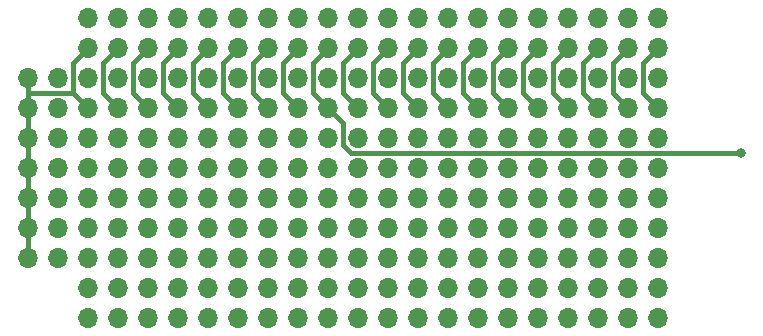
<source format=gbl>
G04 #@! TF.GenerationSoftware,KiCad,Pcbnew,5.0.2-bee76a0~70~ubuntu18.04.1*
G04 #@! TF.CreationDate,2019-03-02T20:55:38+01:00*
G04 #@! TF.ProjectId,rpi-zero-proto,7270692d-7a65-4726-9f2d-70726f746f2e,rev?*
G04 #@! TF.SameCoordinates,Original*
G04 #@! TF.FileFunction,Copper,L2,Bot*
G04 #@! TF.FilePolarity,Positive*
%FSLAX46Y46*%
G04 Gerber Fmt 4.6, Leading zero omitted, Abs format (unit mm)*
G04 Created by KiCad (PCBNEW 5.0.2-bee76a0~70~ubuntu18.04.1) date sob, 2 mar 2019, 20:55:38*
%MOMM*%
%LPD*%
G01*
G04 APERTURE LIST*
G04 #@! TA.AperFunction,ComponentPad*
%ADD10O,1.700000X1.700000*%
G04 #@! TD*
G04 #@! TA.AperFunction,ViaPad*
%ADD11C,0.800000*%
G04 #@! TD*
G04 #@! TA.AperFunction,Conductor*
%ADD12C,0.406400*%
G04 #@! TD*
G04 APERTURE END LIST*
D10*
G04 #@! TO.P,J3,40*
G04 #@! TO.N,Net-(J3-Pad40)*
X92710000Y-53340000D03*
G04 #@! TO.P,J3,39*
G04 #@! TO.N,Net-(J3-Pad39)*
X92710000Y-55880000D03*
G04 #@! TO.P,J3,38*
G04 #@! TO.N,Net-(J3-Pad38)*
X90170000Y-53340000D03*
G04 #@! TO.P,J3,37*
G04 #@! TO.N,Net-(J3-Pad37)*
X90170000Y-55880000D03*
G04 #@! TO.P,J3,36*
G04 #@! TO.N,Net-(J3-Pad36)*
X87630000Y-53340000D03*
G04 #@! TO.P,J3,35*
G04 #@! TO.N,Net-(J3-Pad35)*
X87630000Y-55880000D03*
G04 #@! TO.P,J3,34*
G04 #@! TO.N,Net-(J3-Pad34)*
X85090000Y-53340000D03*
G04 #@! TO.P,J3,33*
G04 #@! TO.N,Net-(J3-Pad33)*
X85090000Y-55880000D03*
G04 #@! TO.P,J3,32*
G04 #@! TO.N,Net-(J3-Pad32)*
X82550000Y-53340000D03*
G04 #@! TO.P,J3,31*
G04 #@! TO.N,Net-(J3-Pad31)*
X82550000Y-55880000D03*
G04 #@! TO.P,J3,30*
G04 #@! TO.N,Net-(J3-Pad30)*
X80010000Y-53340000D03*
G04 #@! TO.P,J3,29*
G04 #@! TO.N,Net-(J3-Pad29)*
X80010000Y-55880000D03*
G04 #@! TO.P,J3,28*
G04 #@! TO.N,Net-(J3-Pad28)*
X77470000Y-53340000D03*
G04 #@! TO.P,J3,27*
G04 #@! TO.N,Net-(J3-Pad27)*
X77470000Y-55880000D03*
G04 #@! TO.P,J3,26*
G04 #@! TO.N,Net-(J3-Pad26)*
X74930000Y-53340000D03*
G04 #@! TO.P,J3,25*
G04 #@! TO.N,Net-(J3-Pad25)*
X74930000Y-55880000D03*
G04 #@! TO.P,J3,24*
G04 #@! TO.N,Net-(J3-Pad24)*
X72390000Y-53340000D03*
G04 #@! TO.P,J3,23*
G04 #@! TO.N,Net-(J3-Pad23)*
X72390000Y-55880000D03*
G04 #@! TO.P,J3,22*
G04 #@! TO.N,Net-(J3-Pad22)*
X69850000Y-53340000D03*
G04 #@! TO.P,J3,21*
G04 #@! TO.N,Net-(J3-Pad21)*
X69850000Y-55880000D03*
G04 #@! TO.P,J3,20*
G04 #@! TO.N,Net-(J3-Pad20)*
X67310000Y-53340000D03*
G04 #@! TO.P,J3,19*
G04 #@! TO.N,Net-(J3-Pad19)*
X67310000Y-55880000D03*
G04 #@! TO.P,J3,18*
G04 #@! TO.N,Net-(J3-Pad18)*
X64770000Y-53340000D03*
G04 #@! TO.P,J3,17*
G04 #@! TO.N,Net-(J3-Pad17)*
X64770000Y-55880000D03*
G04 #@! TO.P,J3,16*
G04 #@! TO.N,Net-(J3-Pad16)*
X62230000Y-53340000D03*
G04 #@! TO.P,J3,15*
G04 #@! TO.N,Net-(J3-Pad15)*
X62230000Y-55880000D03*
G04 #@! TO.P,J3,14*
G04 #@! TO.N,Net-(J3-Pad14)*
X59690000Y-53340000D03*
G04 #@! TO.P,J3,13*
G04 #@! TO.N,Net-(J3-Pad13)*
X59690000Y-55880000D03*
G04 #@! TO.P,J3,12*
G04 #@! TO.N,Net-(J3-Pad12)*
X57150000Y-53340000D03*
G04 #@! TO.P,J3,11*
G04 #@! TO.N,Net-(J3-Pad11)*
X57150000Y-55880000D03*
G04 #@! TO.P,J3,10*
G04 #@! TO.N,Net-(J3-Pad10)*
X54610000Y-53340000D03*
G04 #@! TO.P,J3,9*
G04 #@! TO.N,Net-(J3-Pad9)*
X54610000Y-55880000D03*
G04 #@! TO.P,J3,8*
G04 #@! TO.N,Net-(J3-Pad8)*
X52070000Y-53340000D03*
G04 #@! TO.P,J3,7*
G04 #@! TO.N,Net-(J3-Pad7)*
X52070000Y-55880000D03*
G04 #@! TO.P,J3,6*
G04 #@! TO.N,Net-(J3-Pad6)*
X49530000Y-53340000D03*
G04 #@! TO.P,J3,5*
G04 #@! TO.N,Net-(J3-Pad5)*
X49530000Y-55880000D03*
G04 #@! TO.P,J3,4*
G04 #@! TO.N,Net-(J3-Pad4)*
X46990000Y-53340000D03*
G04 #@! TO.P,J3,3*
G04 #@! TO.N,Net-(J3-Pad3)*
X46990000Y-55880000D03*
G04 #@! TO.P,J3,2*
G04 #@! TO.N,Net-(J3-Pad2)*
X44450000Y-53340000D03*
G04 #@! TO.P,J3,1*
G04 #@! TO.N,Net-(J3-Pad1)*
X44450000Y-55880000D03*
G04 #@! TD*
G04 #@! TO.P,J4,1*
G04 #@! TO.N,Net-(J4-Pad1)*
X44450000Y-60960000D03*
G04 #@! TO.P,J4,2*
G04 #@! TO.N,Net-(J4-Pad2)*
X44450000Y-58420000D03*
G04 #@! TO.P,J4,3*
G04 #@! TO.N,Net-(J4-Pad3)*
X46990000Y-60960000D03*
G04 #@! TO.P,J4,4*
G04 #@! TO.N,Net-(J4-Pad4)*
X46990000Y-58420000D03*
G04 #@! TO.P,J4,5*
G04 #@! TO.N,Net-(J4-Pad5)*
X49530000Y-60960000D03*
G04 #@! TO.P,J4,6*
G04 #@! TO.N,Net-(J4-Pad6)*
X49530000Y-58420000D03*
G04 #@! TO.P,J4,7*
G04 #@! TO.N,Net-(J4-Pad7)*
X52070000Y-60960000D03*
G04 #@! TO.P,J4,8*
G04 #@! TO.N,Net-(J4-Pad8)*
X52070000Y-58420000D03*
G04 #@! TO.P,J4,9*
G04 #@! TO.N,Net-(J4-Pad9)*
X54610000Y-60960000D03*
G04 #@! TO.P,J4,10*
G04 #@! TO.N,Net-(J4-Pad10)*
X54610000Y-58420000D03*
G04 #@! TO.P,J4,11*
G04 #@! TO.N,Net-(J4-Pad11)*
X57150000Y-60960000D03*
G04 #@! TO.P,J4,12*
G04 #@! TO.N,Net-(J4-Pad12)*
X57150000Y-58420000D03*
G04 #@! TO.P,J4,13*
G04 #@! TO.N,Net-(J4-Pad13)*
X59690000Y-60960000D03*
G04 #@! TO.P,J4,14*
G04 #@! TO.N,Net-(J4-Pad14)*
X59690000Y-58420000D03*
G04 #@! TO.P,J4,15*
G04 #@! TO.N,Net-(J4-Pad15)*
X62230000Y-60960000D03*
G04 #@! TO.P,J4,16*
G04 #@! TO.N,Net-(J4-Pad16)*
X62230000Y-58420000D03*
G04 #@! TO.P,J4,17*
G04 #@! TO.N,Net-(J4-Pad17)*
X64770000Y-60960000D03*
G04 #@! TO.P,J4,18*
G04 #@! TO.N,Net-(J4-Pad18)*
X64770000Y-58420000D03*
G04 #@! TO.P,J4,19*
G04 #@! TO.N,Net-(J4-Pad19)*
X67310000Y-60960000D03*
G04 #@! TO.P,J4,20*
G04 #@! TO.N,Net-(J4-Pad20)*
X67310000Y-58420000D03*
G04 #@! TO.P,J4,21*
G04 #@! TO.N,Net-(J4-Pad21)*
X69850000Y-60960000D03*
G04 #@! TO.P,J4,22*
G04 #@! TO.N,Net-(J4-Pad22)*
X69850000Y-58420000D03*
G04 #@! TO.P,J4,23*
G04 #@! TO.N,Net-(J4-Pad23)*
X72390000Y-60960000D03*
G04 #@! TO.P,J4,24*
G04 #@! TO.N,Net-(J4-Pad24)*
X72390000Y-58420000D03*
G04 #@! TO.P,J4,25*
G04 #@! TO.N,Net-(J4-Pad25)*
X74930000Y-60960000D03*
G04 #@! TO.P,J4,26*
G04 #@! TO.N,Net-(J4-Pad26)*
X74930000Y-58420000D03*
G04 #@! TO.P,J4,27*
G04 #@! TO.N,Net-(J4-Pad27)*
X77470000Y-60960000D03*
G04 #@! TO.P,J4,28*
G04 #@! TO.N,Net-(J4-Pad28)*
X77470000Y-58420000D03*
G04 #@! TO.P,J4,29*
G04 #@! TO.N,Net-(J4-Pad29)*
X80010000Y-60960000D03*
G04 #@! TO.P,J4,30*
G04 #@! TO.N,Net-(J4-Pad30)*
X80010000Y-58420000D03*
G04 #@! TO.P,J4,31*
G04 #@! TO.N,Net-(J4-Pad31)*
X82550000Y-60960000D03*
G04 #@! TO.P,J4,32*
G04 #@! TO.N,Net-(J4-Pad32)*
X82550000Y-58420000D03*
G04 #@! TO.P,J4,33*
G04 #@! TO.N,Net-(J4-Pad33)*
X85090000Y-60960000D03*
G04 #@! TO.P,J4,34*
G04 #@! TO.N,Net-(J4-Pad34)*
X85090000Y-58420000D03*
G04 #@! TO.P,J4,35*
G04 #@! TO.N,Net-(J4-Pad35)*
X87630000Y-60960000D03*
G04 #@! TO.P,J4,36*
G04 #@! TO.N,Net-(J4-Pad36)*
X87630000Y-58420000D03*
G04 #@! TO.P,J4,37*
G04 #@! TO.N,Net-(J4-Pad37)*
X90170000Y-60960000D03*
G04 #@! TO.P,J4,38*
G04 #@! TO.N,Net-(J4-Pad38)*
X90170000Y-58420000D03*
G04 #@! TO.P,J4,39*
G04 #@! TO.N,Net-(J4-Pad39)*
X92710000Y-60960000D03*
G04 #@! TO.P,J4,40*
G04 #@! TO.N,Net-(J4-Pad40)*
X92710000Y-58420000D03*
G04 #@! TD*
G04 #@! TO.P,J5,40*
G04 #@! TO.N,Net-(J5-Pad40)*
X92710000Y-63500000D03*
G04 #@! TO.P,J5,39*
G04 #@! TO.N,Net-(J5-Pad39)*
X92710000Y-66040000D03*
G04 #@! TO.P,J5,38*
G04 #@! TO.N,Net-(J5-Pad38)*
X90170000Y-63500000D03*
G04 #@! TO.P,J5,37*
G04 #@! TO.N,Net-(J5-Pad37)*
X90170000Y-66040000D03*
G04 #@! TO.P,J5,36*
G04 #@! TO.N,Net-(J5-Pad36)*
X87630000Y-63500000D03*
G04 #@! TO.P,J5,35*
G04 #@! TO.N,Net-(J5-Pad35)*
X87630000Y-66040000D03*
G04 #@! TO.P,J5,34*
G04 #@! TO.N,Net-(J5-Pad34)*
X85090000Y-63500000D03*
G04 #@! TO.P,J5,33*
G04 #@! TO.N,Net-(J5-Pad33)*
X85090000Y-66040000D03*
G04 #@! TO.P,J5,32*
G04 #@! TO.N,Net-(J5-Pad32)*
X82550000Y-63500000D03*
G04 #@! TO.P,J5,31*
G04 #@! TO.N,Net-(J5-Pad31)*
X82550000Y-66040000D03*
G04 #@! TO.P,J5,30*
G04 #@! TO.N,Net-(J5-Pad30)*
X80010000Y-63500000D03*
G04 #@! TO.P,J5,29*
G04 #@! TO.N,Net-(J5-Pad29)*
X80010000Y-66040000D03*
G04 #@! TO.P,J5,28*
G04 #@! TO.N,Net-(J5-Pad28)*
X77470000Y-63500000D03*
G04 #@! TO.P,J5,27*
G04 #@! TO.N,Net-(J5-Pad27)*
X77470000Y-66040000D03*
G04 #@! TO.P,J5,26*
G04 #@! TO.N,Net-(J5-Pad26)*
X74930000Y-63500000D03*
G04 #@! TO.P,J5,25*
G04 #@! TO.N,Net-(J5-Pad25)*
X74930000Y-66040000D03*
G04 #@! TO.P,J5,24*
G04 #@! TO.N,Net-(J5-Pad24)*
X72390000Y-63500000D03*
G04 #@! TO.P,J5,23*
G04 #@! TO.N,Net-(J5-Pad23)*
X72390000Y-66040000D03*
G04 #@! TO.P,J5,22*
G04 #@! TO.N,Net-(J5-Pad22)*
X69850000Y-63500000D03*
G04 #@! TO.P,J5,21*
G04 #@! TO.N,Net-(J5-Pad21)*
X69850000Y-66040000D03*
G04 #@! TO.P,J5,20*
G04 #@! TO.N,Net-(J5-Pad20)*
X67310000Y-63500000D03*
G04 #@! TO.P,J5,19*
G04 #@! TO.N,Net-(J5-Pad19)*
X67310000Y-66040000D03*
G04 #@! TO.P,J5,18*
G04 #@! TO.N,Net-(J5-Pad18)*
X64770000Y-63500000D03*
G04 #@! TO.P,J5,17*
G04 #@! TO.N,Net-(J5-Pad17)*
X64770000Y-66040000D03*
G04 #@! TO.P,J5,16*
G04 #@! TO.N,Net-(J5-Pad16)*
X62230000Y-63500000D03*
G04 #@! TO.P,J5,15*
G04 #@! TO.N,Net-(J5-Pad15)*
X62230000Y-66040000D03*
G04 #@! TO.P,J5,14*
G04 #@! TO.N,Net-(J5-Pad14)*
X59690000Y-63500000D03*
G04 #@! TO.P,J5,13*
G04 #@! TO.N,Net-(J5-Pad13)*
X59690000Y-66040000D03*
G04 #@! TO.P,J5,12*
G04 #@! TO.N,Net-(J5-Pad12)*
X57150000Y-63500000D03*
G04 #@! TO.P,J5,11*
G04 #@! TO.N,Net-(J5-Pad11)*
X57150000Y-66040000D03*
G04 #@! TO.P,J5,10*
G04 #@! TO.N,Net-(J5-Pad10)*
X54610000Y-63500000D03*
G04 #@! TO.P,J5,9*
G04 #@! TO.N,Net-(J5-Pad9)*
X54610000Y-66040000D03*
G04 #@! TO.P,J5,8*
G04 #@! TO.N,Net-(J5-Pad8)*
X52070000Y-63500000D03*
G04 #@! TO.P,J5,7*
G04 #@! TO.N,Net-(J5-Pad7)*
X52070000Y-66040000D03*
G04 #@! TO.P,J5,6*
G04 #@! TO.N,Net-(J5-Pad6)*
X49530000Y-63500000D03*
G04 #@! TO.P,J5,5*
G04 #@! TO.N,Net-(J5-Pad5)*
X49530000Y-66040000D03*
G04 #@! TO.P,J5,4*
G04 #@! TO.N,Net-(J5-Pad4)*
X46990000Y-63500000D03*
G04 #@! TO.P,J5,3*
G04 #@! TO.N,Net-(J5-Pad3)*
X46990000Y-66040000D03*
G04 #@! TO.P,J5,2*
G04 #@! TO.N,Net-(J5-Pad2)*
X44450000Y-63500000D03*
G04 #@! TO.P,J5,1*
G04 #@! TO.N,Net-(J5-Pad1)*
X44450000Y-66040000D03*
G04 #@! TD*
G04 #@! TO.P,J6,20*
G04 #@! TO.N,Net-(J6-Pad20)*
X92710000Y-68580000D03*
G04 #@! TO.P,J6,19*
G04 #@! TO.N,Net-(J6-Pad19)*
X90170000Y-68580000D03*
G04 #@! TO.P,J6,18*
G04 #@! TO.N,Net-(J6-Pad18)*
X87630000Y-68580000D03*
G04 #@! TO.P,J6,17*
G04 #@! TO.N,Net-(J6-Pad17)*
X85090000Y-68580000D03*
G04 #@! TO.P,J6,16*
G04 #@! TO.N,Net-(J6-Pad16)*
X82550000Y-68580000D03*
G04 #@! TO.P,J6,15*
G04 #@! TO.N,Net-(J6-Pad15)*
X80010000Y-68580000D03*
G04 #@! TO.P,J6,14*
G04 #@! TO.N,Net-(J6-Pad14)*
X77470000Y-68580000D03*
G04 #@! TO.P,J6,13*
G04 #@! TO.N,Net-(J6-Pad13)*
X74930000Y-68580000D03*
G04 #@! TO.P,J6,12*
G04 #@! TO.N,Net-(J6-Pad12)*
X72390000Y-68580000D03*
G04 #@! TO.P,J6,11*
G04 #@! TO.N,Net-(J6-Pad11)*
X69850000Y-68580000D03*
G04 #@! TO.P,J6,10*
G04 #@! TO.N,Net-(J6-Pad10)*
X67310000Y-68580000D03*
G04 #@! TO.P,J6,9*
G04 #@! TO.N,Net-(J6-Pad9)*
X64770000Y-68580000D03*
G04 #@! TO.P,J6,8*
G04 #@! TO.N,Net-(J6-Pad8)*
X62230000Y-68580000D03*
G04 #@! TO.P,J6,7*
G04 #@! TO.N,Net-(J6-Pad7)*
X59690000Y-68580000D03*
G04 #@! TO.P,J6,6*
G04 #@! TO.N,Net-(J6-Pad6)*
X57150000Y-68580000D03*
G04 #@! TO.P,J6,5*
G04 #@! TO.N,Net-(J6-Pad5)*
X54610000Y-68580000D03*
G04 #@! TO.P,J6,4*
G04 #@! TO.N,Net-(J6-Pad4)*
X52070000Y-68580000D03*
G04 #@! TO.P,J6,3*
G04 #@! TO.N,Net-(J6-Pad3)*
X49530000Y-68580000D03*
G04 #@! TO.P,J6,2*
G04 #@! TO.N,Net-(J6-Pad2)*
X46990000Y-68580000D03*
G04 #@! TO.P,J6,1*
G04 #@! TO.N,Net-(J6-Pad1)*
X44450000Y-68580000D03*
G04 #@! TD*
G04 #@! TO.P,J7,1*
G04 #@! TO.N,3V3-1*
X39370000Y-48260000D03*
G04 #@! TO.P,J7,2*
X39370000Y-50800000D03*
G04 #@! TO.P,J7,3*
X39370000Y-53340000D03*
G04 #@! TO.P,J7,4*
X39370000Y-55880000D03*
G04 #@! TO.P,J7,5*
X39370000Y-58420000D03*
G04 #@! TO.P,J7,6*
X39370000Y-60960000D03*
G04 #@! TO.P,J7,7*
X39370000Y-63500000D03*
G04 #@! TD*
G04 #@! TO.P,J8,7*
G04 #@! TO.N,GND-6*
X41910000Y-63500000D03*
G04 #@! TO.P,J8,6*
X41910000Y-60960000D03*
G04 #@! TO.P,J8,5*
X41910000Y-58420000D03*
G04 #@! TO.P,J8,4*
X41910000Y-55880000D03*
G04 #@! TO.P,J8,3*
X41910000Y-53340000D03*
G04 #@! TO.P,J8,2*
X41910000Y-50800000D03*
G04 #@! TO.P,J8,1*
X41910000Y-48260000D03*
G04 #@! TD*
G04 #@! TO.P,J2,40*
G04 #@! TO.N,GPIO21*
X92710000Y-48260000D03*
G04 #@! TO.P,J2,39*
G04 #@! TO.N,GND-39*
X92710000Y-50800000D03*
G04 #@! TO.P,J2,38*
G04 #@! TO.N,GPIO20*
X90170000Y-48260000D03*
G04 #@! TO.P,J2,37*
G04 #@! TO.N,GPIO26*
X90170000Y-50800000D03*
G04 #@! TO.P,J2,36*
G04 #@! TO.N,GPIO16*
X87630000Y-48260000D03*
G04 #@! TO.P,J2,35*
G04 #@! TO.N,GPIO19*
X87630000Y-50800000D03*
G04 #@! TO.P,J2,34*
G04 #@! TO.N,GND-34*
X85090000Y-48260000D03*
G04 #@! TO.P,J2,33*
G04 #@! TO.N,GPIO13*
X85090000Y-50800000D03*
G04 #@! TO.P,J2,32*
G04 #@! TO.N,GPIO12*
X82550000Y-48260000D03*
G04 #@! TO.P,J2,31*
G04 #@! TO.N,GPIO6*
X82550000Y-50800000D03*
G04 #@! TO.P,J2,30*
G04 #@! TO.N,GND-30*
X80010000Y-48260000D03*
G04 #@! TO.P,J2,29*
G04 #@! TO.N,GPIO5*
X80010000Y-50800000D03*
G04 #@! TO.P,J2,28*
G04 #@! TO.N,GPIO1*
X77470000Y-48260000D03*
G04 #@! TO.P,J2,27*
G04 #@! TO.N,GPIO0*
X77470000Y-50800000D03*
G04 #@! TO.P,J2,26*
G04 #@! TO.N,GPIO7*
X74930000Y-48260000D03*
G04 #@! TO.P,J2,25*
G04 #@! TO.N,GND-25*
X74930000Y-50800000D03*
G04 #@! TO.P,J2,24*
G04 #@! TO.N,GPIO8*
X72390000Y-48260000D03*
G04 #@! TO.P,J2,23*
G04 #@! TO.N,GPIO11*
X72390000Y-50800000D03*
G04 #@! TO.P,J2,22*
G04 #@! TO.N,GPIO25*
X69850000Y-48260000D03*
G04 #@! TO.P,J2,21*
G04 #@! TO.N,GPIO9*
X69850000Y-50800000D03*
G04 #@! TO.P,J2,20*
G04 #@! TO.N,GND-20*
X67310000Y-48260000D03*
G04 #@! TO.P,J2,19*
G04 #@! TO.N,GPIO10*
X67310000Y-50800000D03*
G04 #@! TO.P,J2,18*
G04 #@! TO.N,GPIO24*
X64770000Y-48260000D03*
G04 #@! TO.P,J2,17*
G04 #@! TO.N,3V3-17*
X64770000Y-50800000D03*
G04 #@! TO.P,J2,16*
G04 #@! TO.N,GPIO23*
X62230000Y-48260000D03*
G04 #@! TO.P,J2,15*
G04 #@! TO.N,GPIO22*
X62230000Y-50800000D03*
G04 #@! TO.P,J2,14*
G04 #@! TO.N,GND-14*
X59690000Y-48260000D03*
G04 #@! TO.P,J2,13*
G04 #@! TO.N,GPIO27*
X59690000Y-50800000D03*
G04 #@! TO.P,J2,12*
G04 #@! TO.N,GPIO18*
X57150000Y-48260000D03*
G04 #@! TO.P,J2,11*
G04 #@! TO.N,GPIO17*
X57150000Y-50800000D03*
G04 #@! TO.P,J2,10*
G04 #@! TO.N,GPIO15*
X54610000Y-48260000D03*
G04 #@! TO.P,J2,9*
G04 #@! TO.N,GND-9*
X54610000Y-50800000D03*
G04 #@! TO.P,J2,8*
G04 #@! TO.N,GPIO14*
X52070000Y-48260000D03*
G04 #@! TO.P,J2,7*
G04 #@! TO.N,GPIO4*
X52070000Y-50800000D03*
G04 #@! TO.P,J2,6*
G04 #@! TO.N,GND-6*
X49530000Y-48260000D03*
G04 #@! TO.P,J2,5*
G04 #@! TO.N,GPIO3*
X49530000Y-50800000D03*
G04 #@! TO.P,J2,4*
G04 #@! TO.N,5V-4*
X46990000Y-48260000D03*
G04 #@! TO.P,J2,3*
G04 #@! TO.N,GPIO2*
X46990000Y-50800000D03*
G04 #@! TO.P,J2,2*
G04 #@! TO.N,5V-2*
X44450000Y-48260000D03*
G04 #@! TO.P,J2,1*
G04 #@! TO.N,3V3-1*
X44450000Y-50800000D03*
G04 #@! TD*
G04 #@! TO.P,J1,40*
G04 #@! TO.N,GPIO21*
X92710000Y-43180000D03*
G04 #@! TO.P,J1,39*
G04 #@! TO.N,GND-39*
X92710000Y-45720000D03*
G04 #@! TO.P,J1,38*
G04 #@! TO.N,GPIO20*
X90170000Y-43180000D03*
G04 #@! TO.P,J1,37*
G04 #@! TO.N,GPIO26*
X90170000Y-45720000D03*
G04 #@! TO.P,J1,36*
G04 #@! TO.N,GPIO16*
X87630000Y-43180000D03*
G04 #@! TO.P,J1,35*
G04 #@! TO.N,GPIO19*
X87630000Y-45720000D03*
G04 #@! TO.P,J1,34*
G04 #@! TO.N,GND-34*
X85090000Y-43180000D03*
G04 #@! TO.P,J1,33*
G04 #@! TO.N,GPIO13*
X85090000Y-45720000D03*
G04 #@! TO.P,J1,32*
G04 #@! TO.N,GPIO12*
X82550000Y-43180000D03*
G04 #@! TO.P,J1,31*
G04 #@! TO.N,GPIO6*
X82550000Y-45720000D03*
G04 #@! TO.P,J1,30*
G04 #@! TO.N,GND-30*
X80010000Y-43180000D03*
G04 #@! TO.P,J1,29*
G04 #@! TO.N,GPIO5*
X80010000Y-45720000D03*
G04 #@! TO.P,J1,28*
G04 #@! TO.N,GPIO1*
X77470000Y-43180000D03*
G04 #@! TO.P,J1,27*
G04 #@! TO.N,GPIO0*
X77470000Y-45720000D03*
G04 #@! TO.P,J1,26*
G04 #@! TO.N,GPIO7*
X74930000Y-43180000D03*
G04 #@! TO.P,J1,25*
G04 #@! TO.N,GND-25*
X74930000Y-45720000D03*
G04 #@! TO.P,J1,24*
G04 #@! TO.N,GPIO8*
X72390000Y-43180000D03*
G04 #@! TO.P,J1,23*
G04 #@! TO.N,GPIO11*
X72390000Y-45720000D03*
G04 #@! TO.P,J1,22*
G04 #@! TO.N,GPIO25*
X69850000Y-43180000D03*
G04 #@! TO.P,J1,21*
G04 #@! TO.N,GPIO9*
X69850000Y-45720000D03*
G04 #@! TO.P,J1,20*
G04 #@! TO.N,GND-20*
X67310000Y-43180000D03*
G04 #@! TO.P,J1,19*
G04 #@! TO.N,GPIO10*
X67310000Y-45720000D03*
G04 #@! TO.P,J1,18*
G04 #@! TO.N,GPIO24*
X64770000Y-43180000D03*
G04 #@! TO.P,J1,17*
G04 #@! TO.N,3V3-17*
X64770000Y-45720000D03*
G04 #@! TO.P,J1,16*
G04 #@! TO.N,GPIO23*
X62230000Y-43180000D03*
G04 #@! TO.P,J1,15*
G04 #@! TO.N,GPIO22*
X62230000Y-45720000D03*
G04 #@! TO.P,J1,14*
G04 #@! TO.N,GND-14*
X59690000Y-43180000D03*
G04 #@! TO.P,J1,13*
G04 #@! TO.N,GPIO27*
X59690000Y-45720000D03*
G04 #@! TO.P,J1,12*
G04 #@! TO.N,GPIO18*
X57150000Y-43180000D03*
G04 #@! TO.P,J1,11*
G04 #@! TO.N,GPIO17*
X57150000Y-45720000D03*
G04 #@! TO.P,J1,10*
G04 #@! TO.N,GPIO15*
X54610000Y-43180000D03*
G04 #@! TO.P,J1,9*
G04 #@! TO.N,GND-9*
X54610000Y-45720000D03*
G04 #@! TO.P,J1,8*
G04 #@! TO.N,GPIO14*
X52070000Y-43180000D03*
G04 #@! TO.P,J1,7*
G04 #@! TO.N,GPIO4*
X52070000Y-45720000D03*
G04 #@! TO.P,J1,6*
G04 #@! TO.N,GND-6*
X49530000Y-43180000D03*
G04 #@! TO.P,J1,5*
G04 #@! TO.N,GPIO3*
X49530000Y-45720000D03*
G04 #@! TO.P,J1,4*
G04 #@! TO.N,5V-4*
X46990000Y-43180000D03*
G04 #@! TO.P,J1,3*
G04 #@! TO.N,GPIO2*
X46990000Y-45720000D03*
G04 #@! TO.P,J1,2*
G04 #@! TO.N,5V-2*
X44450000Y-43180000D03*
G04 #@! TO.P,J1,1*
G04 #@! TO.N,3V3-1*
X44450000Y-45720000D03*
G04 #@! TD*
D11*
G04 #@! TO.N,3V3-17*
X99695000Y-54610000D03*
G04 #@! TD*
D12*
G04 #@! TO.N,3V3-1*
X44450000Y-45720000D02*
X43180000Y-46990000D01*
X43180000Y-46990000D02*
X43180000Y-49530000D01*
X43180000Y-49530000D02*
X44450000Y-50800000D01*
X39370000Y-48260000D02*
X39370000Y-49530000D01*
X39370000Y-49530000D02*
X39370000Y-63500000D01*
X39370000Y-49530000D02*
X43180000Y-49530000D01*
G04 #@! TO.N,GPIO2*
X46990000Y-45720000D02*
X45720000Y-46990000D01*
X45720000Y-46990000D02*
X45720000Y-49530000D01*
X45720000Y-49530000D02*
X46990000Y-50800000D01*
G04 #@! TO.N,GPIO3*
X49530000Y-45720000D02*
X48260000Y-46990000D01*
X48260000Y-46990000D02*
X48260000Y-49530000D01*
X48260000Y-49530000D02*
X49530000Y-50800000D01*
G04 #@! TO.N,GND-9*
X54610000Y-45720000D02*
X53340000Y-46990000D01*
X53340000Y-46990000D02*
X53340000Y-49530000D01*
X53340000Y-49530000D02*
X54610000Y-50800000D01*
G04 #@! TO.N,GPIO4*
X52070000Y-45720000D02*
X50800000Y-46990000D01*
X50800000Y-46990000D02*
X50800000Y-49530000D01*
X50800000Y-49530000D02*
X52070000Y-50800000D01*
G04 #@! TO.N,GPIO17*
X57150000Y-45720000D02*
X55880000Y-46990000D01*
X55880000Y-46990000D02*
X55880000Y-49530000D01*
X55880000Y-49530000D02*
X57150000Y-50800000D01*
G04 #@! TO.N,GPIO27*
X59690000Y-45720000D02*
X58420000Y-46990000D01*
X58420000Y-46990000D02*
X58420000Y-49530000D01*
X58420000Y-49530000D02*
X59690000Y-50800000D01*
G04 #@! TO.N,GPIO22*
X62230000Y-45720000D02*
X60960000Y-46990000D01*
X60960000Y-46990000D02*
X60960000Y-49530000D01*
X60960000Y-49530000D02*
X62230000Y-50800000D01*
G04 #@! TO.N,3V3-17*
X64770000Y-45720000D02*
X63500000Y-46990000D01*
X63500000Y-46990000D02*
X63500000Y-49530000D01*
X63500000Y-49530000D02*
X64770000Y-50800000D01*
X66040000Y-52070000D02*
X66040000Y-53975000D01*
X66040000Y-53975000D02*
X66675000Y-54610000D01*
X66675000Y-54610000D02*
X66708463Y-54593201D01*
X64770000Y-50800000D02*
X66040000Y-52070000D01*
X66675000Y-54610000D02*
X99695000Y-54610000D01*
G04 #@! TO.N,GPIO10*
X67310000Y-45720000D02*
X66040000Y-46990000D01*
X66040000Y-46990000D02*
X66040000Y-49530000D01*
X66040000Y-49530000D02*
X67310000Y-50800000D01*
G04 #@! TO.N,GPIO9*
X69850000Y-45720000D02*
X68580000Y-46990000D01*
X68580000Y-49530000D02*
X69850000Y-50800000D01*
X68580000Y-46990000D02*
X68580000Y-49530000D01*
G04 #@! TO.N,GPIO11*
X72390000Y-45720000D02*
X71120000Y-46990000D01*
X71120000Y-46990000D02*
X71120000Y-49530000D01*
X71120000Y-49530000D02*
X72390000Y-50800000D01*
G04 #@! TO.N,GND-25*
X74930000Y-45720000D02*
X73660000Y-46990000D01*
X73660000Y-46990000D02*
X73660000Y-49530000D01*
X73660000Y-49530000D02*
X74930000Y-50800000D01*
G04 #@! TO.N,GPIO0*
X77470000Y-45720000D02*
X76200000Y-46990000D01*
X76200000Y-46990000D02*
X76200000Y-49530000D01*
X76200000Y-49530000D02*
X77470000Y-50800000D01*
G04 #@! TO.N,GPIO5*
X80010000Y-45720000D02*
X78740000Y-46990000D01*
X78740000Y-46990000D02*
X78740000Y-49530000D01*
X78740000Y-49530000D02*
X80010000Y-50800000D01*
G04 #@! TO.N,GPIO6*
X82550000Y-45720000D02*
X81280000Y-46990000D01*
X81280000Y-46990000D02*
X81280000Y-49530000D01*
X81280000Y-49530000D02*
X82550000Y-50800000D01*
G04 #@! TO.N,GPIO13*
X85090000Y-45720000D02*
X83820000Y-46990000D01*
X83820000Y-46990000D02*
X83820000Y-49530000D01*
X83820000Y-49530000D02*
X85090000Y-50800000D01*
G04 #@! TO.N,GPIO19*
X87630000Y-45720000D02*
X86360000Y-46990000D01*
X86360000Y-46990000D02*
X86360000Y-49530000D01*
X86360000Y-49530000D02*
X87630000Y-50800000D01*
G04 #@! TO.N,GPIO26*
X90170000Y-45720000D02*
X88900000Y-46990000D01*
X88900000Y-46990000D02*
X88900000Y-49530000D01*
X88900000Y-49530000D02*
X90170000Y-50800000D01*
G04 #@! TO.N,GND-39*
X92710000Y-45720000D02*
X91440000Y-46990000D01*
X91440000Y-46990000D02*
X91440000Y-49530000D01*
X91440000Y-49530000D02*
X92710000Y-50800000D01*
G04 #@! TD*
M02*

</source>
